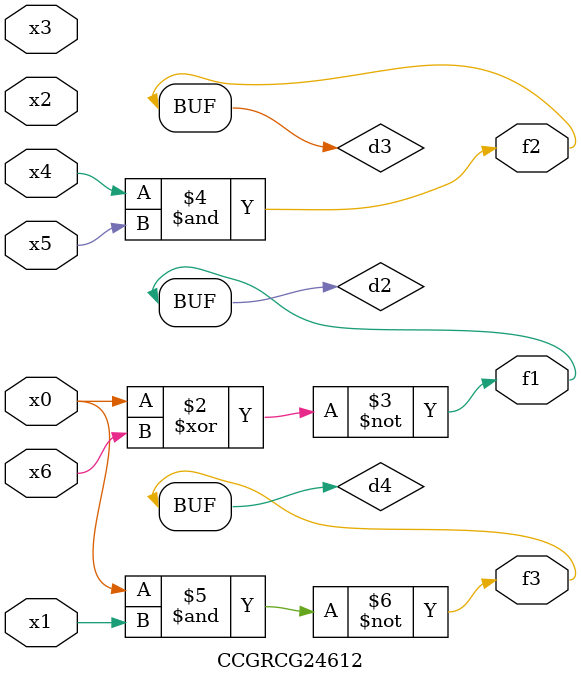
<source format=v>
module CCGRCG24612(
	input x0, x1, x2, x3, x4, x5, x6,
	output f1, f2, f3
);

	wire d1, d2, d3, d4;

	nor (d1, x0);
	xnor (d2, x0, x6);
	and (d3, x4, x5);
	nand (d4, x0, x1);
	assign f1 = d2;
	assign f2 = d3;
	assign f3 = d4;
endmodule

</source>
